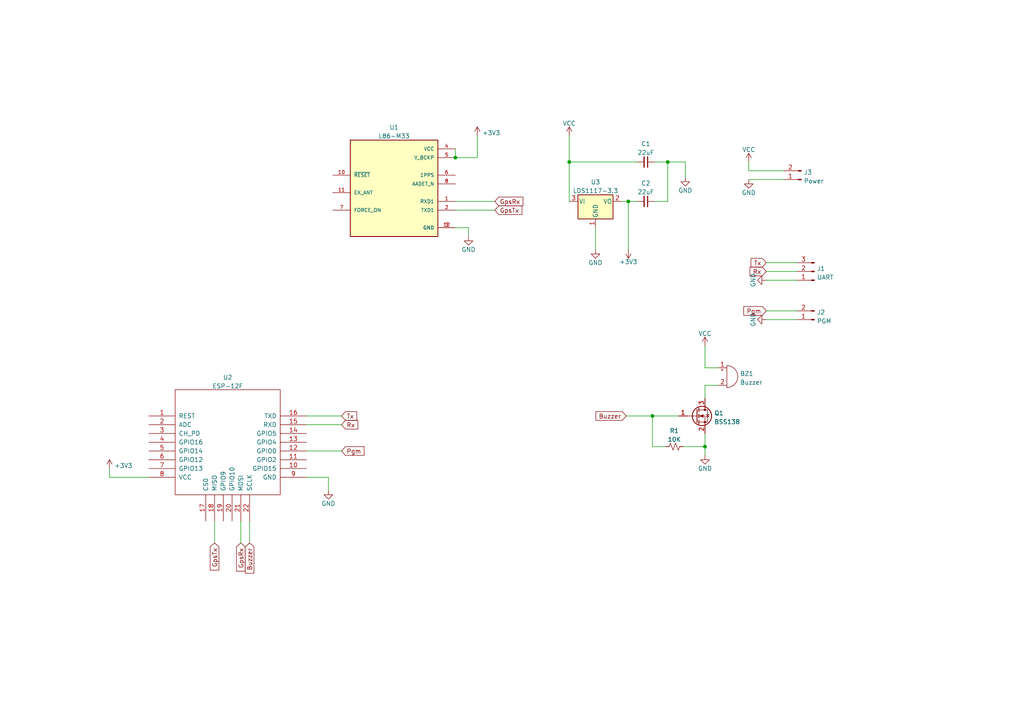
<source format=kicad_sch>
(kicad_sch (version 20211123) (generator eeschema)

  (uuid e63e39d7-6ac0-4ffd-8aa3-1841a4541b55)

  (paper "A4")

  (lib_symbols
    (symbol "Connector:Conn_01x02_Male" (pin_names (offset 1.016) hide) (in_bom yes) (on_board yes)
      (property "Reference" "J" (id 0) (at 0 2.54 0)
        (effects (font (size 1.27 1.27)))
      )
      (property "Value" "Conn_01x02_Male" (id 1) (at 0 -5.08 0)
        (effects (font (size 1.27 1.27)))
      )
      (property "Footprint" "" (id 2) (at 0 0 0)
        (effects (font (size 1.27 1.27)) hide)
      )
      (property "Datasheet" "~" (id 3) (at 0 0 0)
        (effects (font (size 1.27 1.27)) hide)
      )
      (property "ki_keywords" "connector" (id 4) (at 0 0 0)
        (effects (font (size 1.27 1.27)) hide)
      )
      (property "ki_description" "Generic connector, single row, 01x02, script generated (kicad-library-utils/schlib/autogen/connector/)" (id 5) (at 0 0 0)
        (effects (font (size 1.27 1.27)) hide)
      )
      (property "ki_fp_filters" "Connector*:*_1x??_*" (id 6) (at 0 0 0)
        (effects (font (size 1.27 1.27)) hide)
      )
      (symbol "Conn_01x02_Male_1_1"
        (polyline
          (pts
            (xy 1.27 -2.54)
            (xy 0.8636 -2.54)
          )
          (stroke (width 0.1524) (type default) (color 0 0 0 0))
          (fill (type none))
        )
        (polyline
          (pts
            (xy 1.27 0)
            (xy 0.8636 0)
          )
          (stroke (width 0.1524) (type default) (color 0 0 0 0))
          (fill (type none))
        )
        (rectangle (start 0.8636 -2.413) (end 0 -2.667)
          (stroke (width 0.1524) (type default) (color 0 0 0 0))
          (fill (type outline))
        )
        (rectangle (start 0.8636 0.127) (end 0 -0.127)
          (stroke (width 0.1524) (type default) (color 0 0 0 0))
          (fill (type outline))
        )
        (pin passive line (at 5.08 0 180) (length 3.81)
          (name "Pin_1" (effects (font (size 1.27 1.27))))
          (number "1" (effects (font (size 1.27 1.27))))
        )
        (pin passive line (at 5.08 -2.54 180) (length 3.81)
          (name "Pin_2" (effects (font (size 1.27 1.27))))
          (number "2" (effects (font (size 1.27 1.27))))
        )
      )
    )
    (symbol "Connector:Conn_01x03_Male" (pin_names (offset 1.016) hide) (in_bom yes) (on_board yes)
      (property "Reference" "J" (id 0) (at 0 5.08 0)
        (effects (font (size 1.27 1.27)))
      )
      (property "Value" "Conn_01x03_Male" (id 1) (at 0 -5.08 0)
        (effects (font (size 1.27 1.27)))
      )
      (property "Footprint" "" (id 2) (at 0 0 0)
        (effects (font (size 1.27 1.27)) hide)
      )
      (property "Datasheet" "~" (id 3) (at 0 0 0)
        (effects (font (size 1.27 1.27)) hide)
      )
      (property "ki_keywords" "connector" (id 4) (at 0 0 0)
        (effects (font (size 1.27 1.27)) hide)
      )
      (property "ki_description" "Generic connector, single row, 01x03, script generated (kicad-library-utils/schlib/autogen/connector/)" (id 5) (at 0 0 0)
        (effects (font (size 1.27 1.27)) hide)
      )
      (property "ki_fp_filters" "Connector*:*_1x??_*" (id 6) (at 0 0 0)
        (effects (font (size 1.27 1.27)) hide)
      )
      (symbol "Conn_01x03_Male_1_1"
        (polyline
          (pts
            (xy 1.27 -2.54)
            (xy 0.8636 -2.54)
          )
          (stroke (width 0.1524) (type default) (color 0 0 0 0))
          (fill (type none))
        )
        (polyline
          (pts
            (xy 1.27 0)
            (xy 0.8636 0)
          )
          (stroke (width 0.1524) (type default) (color 0 0 0 0))
          (fill (type none))
        )
        (polyline
          (pts
            (xy 1.27 2.54)
            (xy 0.8636 2.54)
          )
          (stroke (width 0.1524) (type default) (color 0 0 0 0))
          (fill (type none))
        )
        (rectangle (start 0.8636 -2.413) (end 0 -2.667)
          (stroke (width 0.1524) (type default) (color 0 0 0 0))
          (fill (type outline))
        )
        (rectangle (start 0.8636 0.127) (end 0 -0.127)
          (stroke (width 0.1524) (type default) (color 0 0 0 0))
          (fill (type outline))
        )
        (rectangle (start 0.8636 2.667) (end 0 2.413)
          (stroke (width 0.1524) (type default) (color 0 0 0 0))
          (fill (type outline))
        )
        (pin passive line (at 5.08 2.54 180) (length 3.81)
          (name "Pin_1" (effects (font (size 1.27 1.27))))
          (number "1" (effects (font (size 1.27 1.27))))
        )
        (pin passive line (at 5.08 0 180) (length 3.81)
          (name "Pin_2" (effects (font (size 1.27 1.27))))
          (number "2" (effects (font (size 1.27 1.27))))
        )
        (pin passive line (at 5.08 -2.54 180) (length 3.81)
          (name "Pin_3" (effects (font (size 1.27 1.27))))
          (number "3" (effects (font (size 1.27 1.27))))
        )
      )
    )
    (symbol "Device:Buzzer" (pin_names (offset 0.0254) hide) (in_bom yes) (on_board yes)
      (property "Reference" "BZ" (id 0) (at 3.81 1.27 0)
        (effects (font (size 1.27 1.27)) (justify left))
      )
      (property "Value" "Buzzer" (id 1) (at 3.81 -1.27 0)
        (effects (font (size 1.27 1.27)) (justify left))
      )
      (property "Footprint" "" (id 2) (at -0.635 2.54 90)
        (effects (font (size 1.27 1.27)) hide)
      )
      (property "Datasheet" "~" (id 3) (at -0.635 2.54 90)
        (effects (font (size 1.27 1.27)) hide)
      )
      (property "ki_keywords" "quartz resonator ceramic" (id 4) (at 0 0 0)
        (effects (font (size 1.27 1.27)) hide)
      )
      (property "ki_description" "Buzzer, polarized" (id 5) (at 0 0 0)
        (effects (font (size 1.27 1.27)) hide)
      )
      (property "ki_fp_filters" "*Buzzer*" (id 6) (at 0 0 0)
        (effects (font (size 1.27 1.27)) hide)
      )
      (symbol "Buzzer_0_1"
        (arc (start 0 -3.175) (mid 3.175 0) (end 0 3.175)
          (stroke (width 0) (type default) (color 0 0 0 0))
          (fill (type none))
        )
        (polyline
          (pts
            (xy -1.651 1.905)
            (xy -1.143 1.905)
          )
          (stroke (width 0) (type default) (color 0 0 0 0))
          (fill (type none))
        )
        (polyline
          (pts
            (xy -1.397 2.159)
            (xy -1.397 1.651)
          )
          (stroke (width 0) (type default) (color 0 0 0 0))
          (fill (type none))
        )
        (polyline
          (pts
            (xy 0 3.175)
            (xy 0 -3.175)
          )
          (stroke (width 0) (type default) (color 0 0 0 0))
          (fill (type none))
        )
      )
      (symbol "Buzzer_1_1"
        (pin passive line (at -2.54 2.54 0) (length 2.54)
          (name "-" (effects (font (size 1.27 1.27))))
          (number "1" (effects (font (size 1.27 1.27))))
        )
        (pin passive line (at -2.54 -2.54 0) (length 2.54)
          (name "+" (effects (font (size 1.27 1.27))))
          (number "2" (effects (font (size 1.27 1.27))))
        )
      )
    )
    (symbol "Device:C_Small" (pin_numbers hide) (pin_names (offset 0.254) hide) (in_bom yes) (on_board yes)
      (property "Reference" "C" (id 0) (at 0.254 1.778 0)
        (effects (font (size 1.27 1.27)) (justify left))
      )
      (property "Value" "C_Small" (id 1) (at 0.254 -2.032 0)
        (effects (font (size 1.27 1.27)) (justify left))
      )
      (property "Footprint" "" (id 2) (at 0 0 0)
        (effects (font (size 1.27 1.27)) hide)
      )
      (property "Datasheet" "~" (id 3) (at 0 0 0)
        (effects (font (size 1.27 1.27)) hide)
      )
      (property "ki_keywords" "capacitor cap" (id 4) (at 0 0 0)
        (effects (font (size 1.27 1.27)) hide)
      )
      (property "ki_description" "Unpolarized capacitor, small symbol" (id 5) (at 0 0 0)
        (effects (font (size 1.27 1.27)) hide)
      )
      (property "ki_fp_filters" "C_*" (id 6) (at 0 0 0)
        (effects (font (size 1.27 1.27)) hide)
      )
      (symbol "C_Small_0_1"
        (polyline
          (pts
            (xy -1.524 -0.508)
            (xy 1.524 -0.508)
          )
          (stroke (width 0.3302) (type default) (color 0 0 0 0))
          (fill (type none))
        )
        (polyline
          (pts
            (xy -1.524 0.508)
            (xy 1.524 0.508)
          )
          (stroke (width 0.3048) (type default) (color 0 0 0 0))
          (fill (type none))
        )
      )
      (symbol "C_Small_1_1"
        (pin passive line (at 0 2.54 270) (length 2.032)
          (name "~" (effects (font (size 1.27 1.27))))
          (number "1" (effects (font (size 1.27 1.27))))
        )
        (pin passive line (at 0 -2.54 90) (length 2.032)
          (name "~" (effects (font (size 1.27 1.27))))
          (number "2" (effects (font (size 1.27 1.27))))
        )
      )
    )
    (symbol "Device:R_Small_US" (pin_numbers hide) (pin_names (offset 0.254) hide) (in_bom yes) (on_board yes)
      (property "Reference" "R" (id 0) (at 0.762 0.508 0)
        (effects (font (size 1.27 1.27)) (justify left))
      )
      (property "Value" "R_Small_US" (id 1) (at 0.762 -1.016 0)
        (effects (font (size 1.27 1.27)) (justify left))
      )
      (property "Footprint" "" (id 2) (at 0 0 0)
        (effects (font (size 1.27 1.27)) hide)
      )
      (property "Datasheet" "~" (id 3) (at 0 0 0)
        (effects (font (size 1.27 1.27)) hide)
      )
      (property "ki_keywords" "r resistor" (id 4) (at 0 0 0)
        (effects (font (size 1.27 1.27)) hide)
      )
      (property "ki_description" "Resistor, small US symbol" (id 5) (at 0 0 0)
        (effects (font (size 1.27 1.27)) hide)
      )
      (property "ki_fp_filters" "R_*" (id 6) (at 0 0 0)
        (effects (font (size 1.27 1.27)) hide)
      )
      (symbol "R_Small_US_1_1"
        (polyline
          (pts
            (xy 0 0)
            (xy 1.016 -0.381)
            (xy 0 -0.762)
            (xy -1.016 -1.143)
            (xy 0 -1.524)
          )
          (stroke (width 0) (type default) (color 0 0 0 0))
          (fill (type none))
        )
        (polyline
          (pts
            (xy 0 1.524)
            (xy 1.016 1.143)
            (xy 0 0.762)
            (xy -1.016 0.381)
            (xy 0 0)
          )
          (stroke (width 0) (type default) (color 0 0 0 0))
          (fill (type none))
        )
        (pin passive line (at 0 2.54 270) (length 1.016)
          (name "~" (effects (font (size 1.27 1.27))))
          (number "1" (effects (font (size 1.27 1.27))))
        )
        (pin passive line (at 0 -2.54 90) (length 1.016)
          (name "~" (effects (font (size 1.27 1.27))))
          (number "2" (effects (font (size 1.27 1.27))))
        )
      )
    )
    (symbol "ESP8266:ESP-12F" (pin_names (offset 1.016)) (in_bom yes) (on_board yes)
      (property "Reference" "U" (id 0) (at 0 -2.54 0)
        (effects (font (size 1.27 1.27)))
      )
      (property "Value" "ESP-12F" (id 1) (at 0 2.54 0)
        (effects (font (size 1.27 1.27)))
      )
      (property "Footprint" "" (id 2) (at 0 0 0)
        (effects (font (size 1.27 1.27)) hide)
      )
      (property "Datasheet" "http://l0l.org.uk/2014/12/esp8266-modules-hardware-guide-gotta-catch-em-all/" (id 3) (at 0 0 0)
        (effects (font (size 1.27 1.27)) hide)
      )
      (property "ki_keywords" "MODULE ESP8266 ESP-8266" (id 4) (at 0 0 0)
        (effects (font (size 1.27 1.27)) hide)
      )
      (property "ki_description" "ESP8266 ESP-12E module, 22 pins, 2mm, PCB antenna" (id 5) (at 0 0 0)
        (effects (font (size 1.27 1.27)) hide)
      )
      (property "ki_fp_filters" "ESP-12E ESP-12E_SMD" (id 6) (at 0 0 0)
        (effects (font (size 1.27 1.27)) hide)
      )
      (symbol "ESP-12F_1_0"
        (rectangle (start -15.24 -15.24) (end 15.24 15.24)
          (stroke (width 0) (type default) (color 0 0 0 0))
          (fill (type none))
        )
      )
      (symbol "ESP-12F_1_1"
        (pin input line (at -22.86 7.62 0) (length 7.62)
          (name "REST" (effects (font (size 1.27 1.27))))
          (number "1" (effects (font (size 1.27 1.27))))
        )
        (pin bidirectional line (at 22.86 -7.62 180) (length 7.62)
          (name "GPIO15" (effects (font (size 1.27 1.27))))
          (number "10" (effects (font (size 1.27 1.27))))
        )
        (pin bidirectional line (at 22.86 -5.08 180) (length 7.62)
          (name "GPIO2" (effects (font (size 1.27 1.27))))
          (number "11" (effects (font (size 1.27 1.27))))
        )
        (pin bidirectional line (at 22.86 -2.54 180) (length 7.62)
          (name "GPIO0" (effects (font (size 1.27 1.27))))
          (number "12" (effects (font (size 1.27 1.27))))
        )
        (pin bidirectional line (at 22.86 0 180) (length 7.62)
          (name "GPIO4" (effects (font (size 1.27 1.27))))
          (number "13" (effects (font (size 1.27 1.27))))
        )
        (pin bidirectional line (at 22.86 2.54 180) (length 7.62)
          (name "GPIO5" (effects (font (size 1.27 1.27))))
          (number "14" (effects (font (size 1.27 1.27))))
        )
        (pin input line (at 22.86 5.08 180) (length 7.62)
          (name "RXD" (effects (font (size 1.27 1.27))))
          (number "15" (effects (font (size 1.27 1.27))))
        )
        (pin output line (at 22.86 7.62 180) (length 7.62)
          (name "TXD" (effects (font (size 1.27 1.27))))
          (number "16" (effects (font (size 1.27 1.27))))
        )
        (pin bidirectional line (at -6.35 -22.86 90) (length 7.62)
          (name "CS0" (effects (font (size 1.27 1.27))))
          (number "17" (effects (font (size 1.27 1.27))))
        )
        (pin bidirectional line (at -3.81 -22.86 90) (length 7.62)
          (name "MISO" (effects (font (size 1.27 1.27))))
          (number "18" (effects (font (size 1.27 1.27))))
        )
        (pin bidirectional line (at -1.27 -22.86 90) (length 7.62)
          (name "GPIO9" (effects (font (size 1.27 1.27))))
          (number "19" (effects (font (size 1.27 1.27))))
        )
        (pin passive line (at -22.86 5.08 0) (length 7.62)
          (name "ADC" (effects (font (size 1.27 1.27))))
          (number "2" (effects (font (size 1.27 1.27))))
        )
        (pin bidirectional line (at 1.27 -22.86 90) (length 7.62)
          (name "GPIO10" (effects (font (size 1.27 1.27))))
          (number "20" (effects (font (size 1.27 1.27))))
        )
        (pin bidirectional line (at 3.81 -22.86 90) (length 7.62)
          (name "MOSI" (effects (font (size 1.27 1.27))))
          (number "21" (effects (font (size 1.27 1.27))))
        )
        (pin bidirectional line (at 6.35 -22.86 90) (length 7.62)
          (name "SCLK" (effects (font (size 1.27 1.27))))
          (number "22" (effects (font (size 1.27 1.27))))
        )
        (pin input line (at -22.86 2.54 0) (length 7.62)
          (name "CH_PD" (effects (font (size 1.27 1.27))))
          (number "3" (effects (font (size 1.27 1.27))))
        )
        (pin bidirectional line (at -22.86 0 0) (length 7.62)
          (name "GPIO16" (effects (font (size 1.27 1.27))))
          (number "4" (effects (font (size 1.27 1.27))))
        )
        (pin bidirectional line (at -22.86 -2.54 0) (length 7.62)
          (name "GPIO14" (effects (font (size 1.27 1.27))))
          (number "5" (effects (font (size 1.27 1.27))))
        )
        (pin bidirectional line (at -22.86 -5.08 0) (length 7.62)
          (name "GPIO12" (effects (font (size 1.27 1.27))))
          (number "6" (effects (font (size 1.27 1.27))))
        )
        (pin bidirectional line (at -22.86 -7.62 0) (length 7.62)
          (name "GPIO13" (effects (font (size 1.27 1.27))))
          (number "7" (effects (font (size 1.27 1.27))))
        )
        (pin power_in line (at -22.86 -10.16 0) (length 7.62)
          (name "VCC" (effects (font (size 1.27 1.27))))
          (number "8" (effects (font (size 1.27 1.27))))
        )
        (pin power_in line (at 22.86 -10.16 180) (length 7.62)
          (name "GND" (effects (font (size 1.27 1.27))))
          (number "9" (effects (font (size 1.27 1.27))))
        )
      )
    )
    (symbol "L86:L86-M33" (pin_names (offset 1.016)) (in_bom yes) (on_board yes)
      (property "Reference" "U" (id 0) (at -12.7042 12.7042 0)
        (effects (font (size 1.27 1.27)) (justify left bottom))
      )
      (property "Value" "L86-M33" (id 1) (at -12.7212 -17.8097 0)
        (effects (font (size 1.27 1.27)) (justify left bottom))
      )
      (property "Footprint" "L86-M33:XCVR_L86-M33" (id 2) (at 0 0 0)
        (effects (font (size 1.27 1.27)) (justify bottom) hide)
      )
      (property "Datasheet" "" (id 3) (at 0 0 0)
        (effects (font (size 1.27 1.27)) hide)
      )
      (property "MF" "Quectel" (id 4) (at 0 0 0)
        (effects (font (size 1.27 1.27)) (justify bottom) hide)
      )
      (property "DESCRIPTION" "L86 is an ultra-compact GNSS POT _Patch on Top_ module with an embedded 18.4mm × 18.4mm × 4.0mm patch antenna and utilizes the MediaTek new generation GNSS chipset MT3333 that achieves the perfect performance" (id 5) (at 0 0 0)
        (effects (font (size 1.27 1.27)) (justify bottom) hide)
      )
      (property "PACKAGE" "None" (id 6) (at 0 0 0)
        (effects (font (size 1.27 1.27)) (justify bottom) hide)
      )
      (property "PRICE" "None" (id 7) (at 0 0 0)
        (effects (font (size 1.27 1.27)) (justify bottom) hide)
      )
      (property "Package" "LCC-12 Quectel" (id 8) (at 0 0 0)
        (effects (font (size 1.27 1.27)) (justify bottom) hide)
      )
      (property "Check_prices" "https://www.snapeda.com/parts/L86-M33/Quectel/view-part/?ref=eda" (id 9) (at 0 0 0)
        (effects (font (size 1.27 1.27)) (justify bottom) hide)
      )
      (property "Price" "None" (id 10) (at 0 0 0)
        (effects (font (size 1.27 1.27)) (justify bottom) hide)
      )
      (property "SnapEDA_Link" "https://www.snapeda.com/parts/L86-M33/Quectel/view-part/?ref=snap" (id 11) (at 0 0 0)
        (effects (font (size 1.27 1.27)) (justify bottom) hide)
      )
      (property "MP" "L86-M33" (id 12) (at 0 0 0)
        (effects (font (size 1.27 1.27)) (justify bottom) hide)
      )
      (property "Purchase-URL" "https://www.snapeda.com/api/url_track_click_mouser/?unipart_id=225155&manufacturer=Quectel&part_name=L86-M33&search_term=None" (id 13) (at 0 0 0)
        (effects (font (size 1.27 1.27)) (justify bottom) hide)
      )
      (property "Availability" "In Stock" (id 14) (at 0 0 0)
        (effects (font (size 1.27 1.27)) (justify bottom) hide)
      )
      (property "AVAILABILITY" "Unavailable" (id 15) (at 0 0 0)
        (effects (font (size 1.27 1.27)) (justify bottom) hide)
      )
      (property "Description" "\nL86 is an ultra-compact GNSS POT (Patch on Top) module with an embedded 18.4mm × 18.4mm × 4.0mm patch antenna and utilizes the MediaTek new generation GNSS chipset MT3333 that achieves the perfect performance\n" (id 16) (at 0 0 0)
        (effects (font (size 1.27 1.27)) (justify bottom) hide)
      )
      (symbol "L86-M33_0_0"
        (rectangle (start -12.7 -15.24) (end 12.7 12.7)
          (stroke (width 0.254) (type default) (color 0 0 0 0))
          (fill (type background))
        )
        (pin input line (at 17.78 -5.08 180) (length 5.08)
          (name "RXD1" (effects (font (size 1.016 1.016))))
          (number "1" (effects (font (size 1.016 1.016))))
        )
        (pin input line (at -17.78 2.54 0) (length 5.08)
          (name "~{RESET}" (effects (font (size 1.016 1.016))))
          (number "10" (effects (font (size 1.016 1.016))))
        )
        (pin input line (at -17.78 -2.54 0) (length 5.08)
          (name "EX_ANT" (effects (font (size 1.016 1.016))))
          (number "11" (effects (font (size 1.016 1.016))))
        )
        (pin passive line (at 17.78 -12.7 180) (length 5.08)
          (name "GND" (effects (font (size 1.016 1.016))))
          (number "12" (effects (font (size 1.016 1.016))))
        )
        (pin output line (at 17.78 -7.62 180) (length 5.08)
          (name "TXD1" (effects (font (size 1.016 1.016))))
          (number "2" (effects (font (size 1.016 1.016))))
        )
        (pin passive line (at 17.78 -12.7 180) (length 5.08)
          (name "GND" (effects (font (size 1.016 1.016))))
          (number "3" (effects (font (size 1.016 1.016))))
        )
        (pin power_in line (at 17.78 10.16 180) (length 5.08)
          (name "VCC" (effects (font (size 1.016 1.016))))
          (number "4" (effects (font (size 1.016 1.016))))
        )
        (pin power_in line (at 17.78 7.62 180) (length 5.08)
          (name "V_BCKP" (effects (font (size 1.016 1.016))))
          (number "5" (effects (font (size 1.016 1.016))))
        )
        (pin output line (at 17.78 2.54 180) (length 5.08)
          (name "1PPS" (effects (font (size 1.016 1.016))))
          (number "6" (effects (font (size 1.016 1.016))))
        )
        (pin input line (at -17.78 -7.62 0) (length 5.08)
          (name "FORCE_ON" (effects (font (size 1.016 1.016))))
          (number "7" (effects (font (size 1.016 1.016))))
        )
        (pin output line (at 17.78 0 180) (length 5.08)
          (name "AADET_N" (effects (font (size 1.016 1.016))))
          (number "8" (effects (font (size 1.016 1.016))))
        )
      )
    )
    (symbol "Regulator_Linear:LD1117S33TR_SOT223" (pin_names (offset 0.254)) (in_bom yes) (on_board yes)
      (property "Reference" "U" (id 0) (at -3.81 3.175 0)
        (effects (font (size 1.27 1.27)))
      )
      (property "Value" "LD1117S33TR_SOT223" (id 1) (at 0 3.175 0)
        (effects (font (size 1.27 1.27)) (justify left))
      )
      (property "Footprint" "Package_TO_SOT_SMD:SOT-223-3_TabPin2" (id 2) (at 0 5.08 0)
        (effects (font (size 1.27 1.27)) hide)
      )
      (property "Datasheet" "http://www.st.com/st-web-ui/static/active/en/resource/technical/document/datasheet/CD00000544.pdf" (id 3) (at 2.54 -6.35 0)
        (effects (font (size 1.27 1.27)) hide)
      )
      (property "ki_keywords" "REGULATOR LDO 3.3V" (id 4) (at 0 0 0)
        (effects (font (size 1.27 1.27)) hide)
      )
      (property "ki_description" "800mA Fixed Low Drop Positive Voltage Regulator, Fixed Output 3.3V, SOT-223" (id 5) (at 0 0 0)
        (effects (font (size 1.27 1.27)) hide)
      )
      (property "ki_fp_filters" "SOT?223*TabPin2*" (id 6) (at 0 0 0)
        (effects (font (size 1.27 1.27)) hide)
      )
      (symbol "LD1117S33TR_SOT223_0_1"
        (rectangle (start -5.08 -5.08) (end 5.08 1.905)
          (stroke (width 0.254) (type default) (color 0 0 0 0))
          (fill (type background))
        )
      )
      (symbol "LD1117S33TR_SOT223_1_1"
        (pin power_in line (at 0 -7.62 90) (length 2.54)
          (name "GND" (effects (font (size 1.27 1.27))))
          (number "1" (effects (font (size 1.27 1.27))))
        )
        (pin power_out line (at 7.62 0 180) (length 2.54)
          (name "VO" (effects (font (size 1.27 1.27))))
          (number "2" (effects (font (size 1.27 1.27))))
        )
        (pin power_in line (at -7.62 0 0) (length 2.54)
          (name "VI" (effects (font (size 1.27 1.27))))
          (number "3" (effects (font (size 1.27 1.27))))
        )
      )
    )
    (symbol "Transistor_FET:BSS138" (pin_names hide) (in_bom yes) (on_board yes)
      (property "Reference" "Q" (id 0) (at 5.08 1.905 0)
        (effects (font (size 1.27 1.27)) (justify left))
      )
      (property "Value" "BSS138" (id 1) (at 5.08 0 0)
        (effects (font (size 1.27 1.27)) (justify left))
      )
      (property "Footprint" "Package_TO_SOT_SMD:SOT-23" (id 2) (at 5.08 -1.905 0)
        (effects (font (size 1.27 1.27) italic) (justify left) hide)
      )
      (property "Datasheet" "https://www.onsemi.com/pub/Collateral/BSS138-D.PDF" (id 3) (at 0 0 0)
        (effects (font (size 1.27 1.27)) (justify left) hide)
      )
      (property "ki_keywords" "N-Channel MOSFET" (id 4) (at 0 0 0)
        (effects (font (size 1.27 1.27)) hide)
      )
      (property "ki_description" "50V Vds, 0.22A Id, N-Channel MOSFET, SOT-23" (id 5) (at 0 0 0)
        (effects (font (size 1.27 1.27)) hide)
      )
      (property "ki_fp_filters" "SOT?23*" (id 6) (at 0 0 0)
        (effects (font (size 1.27 1.27)) hide)
      )
      (symbol "BSS138_0_1"
        (polyline
          (pts
            (xy 0.254 0)
            (xy -2.54 0)
          )
          (stroke (width 0) (type default) (color 0 0 0 0))
          (fill (type none))
        )
        (polyline
          (pts
            (xy 0.254 1.905)
            (xy 0.254 -1.905)
          )
          (stroke (width 0.254) (type default) (color 0 0 0 0))
          (fill (type none))
        )
        (polyline
          (pts
            (xy 0.762 -1.27)
            (xy 0.762 -2.286)
          )
          (stroke (width 0.254) (type default) (color 0 0 0 0))
          (fill (type none))
        )
        (polyline
          (pts
            (xy 0.762 0.508)
            (xy 0.762 -0.508)
          )
          (stroke (width 0.254) (type default) (color 0 0 0 0))
          (fill (type none))
        )
        (polyline
          (pts
            (xy 0.762 2.286)
            (xy 0.762 1.27)
          )
          (stroke (width 0.254) (type default) (color 0 0 0 0))
          (fill (type none))
        )
        (polyline
          (pts
            (xy 2.54 2.54)
            (xy 2.54 1.778)
          )
          (stroke (width 0) (type default) (color 0 0 0 0))
          (fill (type none))
        )
        (polyline
          (pts
            (xy 2.54 -2.54)
            (xy 2.54 0)
            (xy 0.762 0)
          )
          (stroke (width 0) (type default) (color 0 0 0 0))
          (fill (type none))
        )
        (polyline
          (pts
            (xy 0.762 -1.778)
            (xy 3.302 -1.778)
            (xy 3.302 1.778)
            (xy 0.762 1.778)
          )
          (stroke (width 0) (type default) (color 0 0 0 0))
          (fill (type none))
        )
        (polyline
          (pts
            (xy 1.016 0)
            (xy 2.032 0.381)
            (xy 2.032 -0.381)
            (xy 1.016 0)
          )
          (stroke (width 0) (type default) (color 0 0 0 0))
          (fill (type outline))
        )
        (polyline
          (pts
            (xy 2.794 0.508)
            (xy 2.921 0.381)
            (xy 3.683 0.381)
            (xy 3.81 0.254)
          )
          (stroke (width 0) (type default) (color 0 0 0 0))
          (fill (type none))
        )
        (polyline
          (pts
            (xy 3.302 0.381)
            (xy 2.921 -0.254)
            (xy 3.683 -0.254)
            (xy 3.302 0.381)
          )
          (stroke (width 0) (type default) (color 0 0 0 0))
          (fill (type none))
        )
        (circle (center 1.651 0) (radius 2.794)
          (stroke (width 0.254) (type default) (color 0 0 0 0))
          (fill (type none))
        )
        (circle (center 2.54 -1.778) (radius 0.254)
          (stroke (width 0) (type default) (color 0 0 0 0))
          (fill (type outline))
        )
        (circle (center 2.54 1.778) (radius 0.254)
          (stroke (width 0) (type default) (color 0 0 0 0))
          (fill (type outline))
        )
      )
      (symbol "BSS138_1_1"
        (pin input line (at -5.08 0 0) (length 2.54)
          (name "G" (effects (font (size 1.27 1.27))))
          (number "1" (effects (font (size 1.27 1.27))))
        )
        (pin passive line (at 2.54 -5.08 90) (length 2.54)
          (name "S" (effects (font (size 1.27 1.27))))
          (number "2" (effects (font (size 1.27 1.27))))
        )
        (pin passive line (at 2.54 5.08 270) (length 2.54)
          (name "D" (effects (font (size 1.27 1.27))))
          (number "3" (effects (font (size 1.27 1.27))))
        )
      )
    )
    (symbol "power:+3V3" (power) (pin_names (offset 0)) (in_bom yes) (on_board yes)
      (property "Reference" "#PWR" (id 0) (at 0 -3.81 0)
        (effects (font (size 1.27 1.27)) hide)
      )
      (property "Value" "+3V3" (id 1) (at 0 3.556 0)
        (effects (font (size 1.27 1.27)))
      )
      (property "Footprint" "" (id 2) (at 0 0 0)
        (effects (font (size 1.27 1.27)) hide)
      )
      (property "Datasheet" "" (id 3) (at 0 0 0)
        (effects (font (size 1.27 1.27)) hide)
      )
      (property "ki_keywords" "power-flag" (id 4) (at 0 0 0)
        (effects (font (size 1.27 1.27)) hide)
      )
      (property "ki_description" "Power symbol creates a global label with name \"+3V3\"" (id 5) (at 0 0 0)
        (effects (font (size 1.27 1.27)) hide)
      )
      (symbol "+3V3_0_1"
        (polyline
          (pts
            (xy -0.762 1.27)
            (xy 0 2.54)
          )
          (stroke (width 0) (type default) (color 0 0 0 0))
          (fill (type none))
        )
        (polyline
          (pts
            (xy 0 0)
            (xy 0 2.54)
          )
          (stroke (width 0) (type default) (color 0 0 0 0))
          (fill (type none))
        )
        (polyline
          (pts
            (xy 0 2.54)
            (xy 0.762 1.27)
          )
          (stroke (width 0) (type default) (color 0 0 0 0))
          (fill (type none))
        )
      )
      (symbol "+3V3_1_1"
        (pin power_in line (at 0 0 90) (length 0) hide
          (name "+3V3" (effects (font (size 1.27 1.27))))
          (number "1" (effects (font (size 1.27 1.27))))
        )
      )
    )
    (symbol "power:GND" (power) (pin_names (offset 0)) (in_bom yes) (on_board yes)
      (property "Reference" "#PWR" (id 0) (at 0 -6.35 0)
        (effects (font (size 1.27 1.27)) hide)
      )
      (property "Value" "GND" (id 1) (at 0 -3.81 0)
        (effects (font (size 1.27 1.27)))
      )
      (property "Footprint" "" (id 2) (at 0 0 0)
        (effects (font (size 1.27 1.27)) hide)
      )
      (property "Datasheet" "" (id 3) (at 0 0 0)
        (effects (font (size 1.27 1.27)) hide)
      )
      (property "ki_keywords" "power-flag" (id 4) (at 0 0 0)
        (effects (font (size 1.27 1.27)) hide)
      )
      (property "ki_description" "Power symbol creates a global label with name \"GND\" , ground" (id 5) (at 0 0 0)
        (effects (font (size 1.27 1.27)) hide)
      )
      (symbol "GND_0_1"
        (polyline
          (pts
            (xy 0 0)
            (xy 0 -1.27)
            (xy 1.27 -1.27)
            (xy 0 -2.54)
            (xy -1.27 -1.27)
            (xy 0 -1.27)
          )
          (stroke (width 0) (type default) (color 0 0 0 0))
          (fill (type none))
        )
      )
      (symbol "GND_1_1"
        (pin power_in line (at 0 0 270) (length 0) hide
          (name "GND" (effects (font (size 1.27 1.27))))
          (number "1" (effects (font (size 1.27 1.27))))
        )
      )
    )
    (symbol "power:VCC" (power) (pin_names (offset 0)) (in_bom yes) (on_board yes)
      (property "Reference" "#PWR" (id 0) (at 0 -3.81 0)
        (effects (font (size 1.27 1.27)) hide)
      )
      (property "Value" "VCC" (id 1) (at 0 3.81 0)
        (effects (font (size 1.27 1.27)))
      )
      (property "Footprint" "" (id 2) (at 0 0 0)
        (effects (font (size 1.27 1.27)) hide)
      )
      (property "Datasheet" "" (id 3) (at 0 0 0)
        (effects (font (size 1.27 1.27)) hide)
      )
      (property "ki_keywords" "power-flag" (id 4) (at 0 0 0)
        (effects (font (size 1.27 1.27)) hide)
      )
      (property "ki_description" "Power symbol creates a global label with name \"VCC\"" (id 5) (at 0 0 0)
        (effects (font (size 1.27 1.27)) hide)
      )
      (symbol "VCC_0_1"
        (polyline
          (pts
            (xy -0.762 1.27)
            (xy 0 2.54)
          )
          (stroke (width 0) (type default) (color 0 0 0 0))
          (fill (type none))
        )
        (polyline
          (pts
            (xy 0 0)
            (xy 0 2.54)
          )
          (stroke (width 0) (type default) (color 0 0 0 0))
          (fill (type none))
        )
        (polyline
          (pts
            (xy 0 2.54)
            (xy 0.762 1.27)
          )
          (stroke (width 0) (type default) (color 0 0 0 0))
          (fill (type none))
        )
      )
      (symbol "VCC_1_1"
        (pin power_in line (at 0 0 90) (length 0) hide
          (name "VCC" (effects (font (size 1.27 1.27))))
          (number "1" (effects (font (size 1.27 1.27))))
        )
      )
    )
  )

  (junction (at 165.1 46.99) (diameter 0) (color 0 0 0 0)
    (uuid 076046ab-4b56-4060-b8d9-0d80806d0277)
  )
  (junction (at 189.23 120.65) (diameter 0) (color 0 0 0 0)
    (uuid 48a98276-a055-4403-9edc-ea658cee0774)
  )
  (junction (at 204.47 129.54) (diameter 0) (color 0 0 0 0)
    (uuid 8f058a9f-941d-4b15-895b-78546127f770)
  )
  (junction (at 182.245 58.42) (diameter 0) (color 0 0 0 0)
    (uuid 9186dae5-6dc3-4744-9f90-e697559c6ac8)
  )
  (junction (at 193.675 46.99) (diameter 0) (color 0 0 0 0)
    (uuid 92035a88-6c95-4a61-bd8a-cb8dd9e5018a)
  )
  (junction (at 132.08 45.72) (diameter 0) (color 0 0 0 0)
    (uuid c926c988-e6a3-4302-b131-73ffe8603c85)
  )

  (wire (pts (xy 172.72 66.04) (xy 172.72 72.39))
    (stroke (width 0) (type default) (color 0 0 0 0))
    (uuid 00e38d63-5436-49db-81f5-697421f168fc)
  )
  (wire (pts (xy 69.85 151.13) (xy 69.85 157.48))
    (stroke (width 0) (type default) (color 0 0 0 0))
    (uuid 04af7eeb-d86c-4584-ae05-10f0f9c91e9d)
  )
  (wire (pts (xy 189.23 129.54) (xy 193.04 129.54))
    (stroke (width 0) (type default) (color 0 0 0 0))
    (uuid 069867ba-56d6-4a39-9d7a-e04cbc7ddebc)
  )
  (wire (pts (xy 204.47 100.33) (xy 204.47 106.68))
    (stroke (width 0) (type default) (color 0 0 0 0))
    (uuid 08f556d3-6a3d-48e3-b5fa-89951eebc88d)
  )
  (wire (pts (xy 62.23 151.13) (xy 62.23 157.48))
    (stroke (width 0) (type default) (color 0 0 0 0))
    (uuid 0fc32d47-2ccb-400a-9c0d-a65244124c4b)
  )
  (wire (pts (xy 165.1 39.37) (xy 165.1 46.99))
    (stroke (width 0) (type default) (color 0 0 0 0))
    (uuid 1171ce37-6ad7-4662-bb68-5592c945ebf3)
  )
  (wire (pts (xy 132.08 60.96) (xy 143.51 60.96))
    (stroke (width 0) (type default) (color 0 0 0 0))
    (uuid 12400bec-a035-4aa2-9a39-f72c9ebb9aa4)
  )
  (wire (pts (xy 204.47 111.76) (xy 204.47 115.57))
    (stroke (width 0) (type default) (color 0 0 0 0))
    (uuid 15312494-75c4-4be3-a0ee-6ce276ff7f86)
  )
  (wire (pts (xy 132.08 66.04) (xy 135.89 66.04))
    (stroke (width 0) (type default) (color 0 0 0 0))
    (uuid 15bb2b49-6af8-47a1-8392-4418fd59c0d9)
  )
  (wire (pts (xy 165.1 46.99) (xy 165.1 58.42))
    (stroke (width 0) (type default) (color 0 0 0 0))
    (uuid 196a8dd5-5fd6-4c7f-ae4a-0104bd82e61b)
  )
  (wire (pts (xy 196.85 120.65) (xy 189.23 120.65))
    (stroke (width 0) (type default) (color 0 0 0 0))
    (uuid 2f9261a4-6d77-4f48-9946-887df68c5623)
  )
  (wire (pts (xy 217.17 52.07) (xy 227.33 52.07))
    (stroke (width 0) (type default) (color 0 0 0 0))
    (uuid 33fb04c6-d261-4575-91db-a3b9362b7f9b)
  )
  (wire (pts (xy 222.25 76.2) (xy 231.14 76.2))
    (stroke (width 0) (type default) (color 0 0 0 0))
    (uuid 3eaae524-b0c1-420a-87c0-8ebbb977592f)
  )
  (wire (pts (xy 72.39 151.13) (xy 72.39 157.48))
    (stroke (width 0) (type default) (color 0 0 0 0))
    (uuid 41d1dac3-816b-4598-9bb5-ae8dcd1ad162)
  )
  (wire (pts (xy 180.34 58.42) (xy 182.245 58.42))
    (stroke (width 0) (type default) (color 0 0 0 0))
    (uuid 4b03e854-02fe-44cc-bece-f8268b7cae54)
  )
  (wire (pts (xy 193.675 58.42) (xy 193.675 46.99))
    (stroke (width 0) (type default) (color 0 0 0 0))
    (uuid 4ec618ae-096f-4256-9328-005ee04f13d6)
  )
  (wire (pts (xy 88.9 130.81) (xy 99.06 130.81))
    (stroke (width 0) (type default) (color 0 0 0 0))
    (uuid 4f881c95-61b2-426a-92df-f3c77a60b5dc)
  )
  (wire (pts (xy 88.9 123.19) (xy 99.06 123.19))
    (stroke (width 0) (type default) (color 0 0 0 0))
    (uuid 5412f110-6e83-4e57-b32d-ae3ed54c8a43)
  )
  (wire (pts (xy 222.25 81.28) (xy 231.14 81.28))
    (stroke (width 0) (type default) (color 0 0 0 0))
    (uuid 5d102932-525f-4aad-abbc-d6dea9cae04d)
  )
  (wire (pts (xy 198.755 51.435) (xy 198.755 46.99))
    (stroke (width 0) (type default) (color 0 0 0 0))
    (uuid 5d9921f1-08b3-4cc9-8cf7-e9a72ca2fdb7)
  )
  (wire (pts (xy 43.18 138.43) (xy 31.75 138.43))
    (stroke (width 0) (type default) (color 0 0 0 0))
    (uuid 6557ea9e-c90e-4ed9-984e-32c4c2bf5b2d)
  )
  (wire (pts (xy 88.9 120.65) (xy 99.06 120.65))
    (stroke (width 0) (type default) (color 0 0 0 0))
    (uuid 83edf619-122d-4ffe-ba7b-5e1726d2ffe7)
  )
  (wire (pts (xy 222.25 78.74) (xy 231.14 78.74))
    (stroke (width 0) (type default) (color 0 0 0 0))
    (uuid 9363dc5c-898f-41a0-81e6-d14742b5de2b)
  )
  (wire (pts (xy 217.17 49.53) (xy 217.17 46.99))
    (stroke (width 0) (type default) (color 0 0 0 0))
    (uuid 9c72de46-4f2e-4185-8252-a68458a3ad02)
  )
  (wire (pts (xy 204.47 125.73) (xy 204.47 129.54))
    (stroke (width 0) (type default) (color 0 0 0 0))
    (uuid a3e9f49b-e32c-4ac2-921d-705020ecd6ea)
  )
  (wire (pts (xy 138.43 45.72) (xy 138.43 39.37))
    (stroke (width 0) (type default) (color 0 0 0 0))
    (uuid a736a3fc-55b0-43d3-b5dd-596413780f33)
  )
  (wire (pts (xy 189.865 58.42) (xy 193.675 58.42))
    (stroke (width 0) (type default) (color 0 0 0 0))
    (uuid aa79024d-ca7e-4c24-b127-7df08bbd0c75)
  )
  (wire (pts (xy 165.1 46.99) (xy 184.785 46.99))
    (stroke (width 0) (type default) (color 0 0 0 0))
    (uuid b0271cdd-de22-4bf4-8f55-fc137cfbd4ec)
  )
  (wire (pts (xy 189.23 120.65) (xy 189.23 129.54))
    (stroke (width 0) (type default) (color 0 0 0 0))
    (uuid b0d58a21-2385-48d6-a26b-b74e39154302)
  )
  (wire (pts (xy 198.12 129.54) (xy 204.47 129.54))
    (stroke (width 0) (type default) (color 0 0 0 0))
    (uuid bb48b068-a631-45e0-ba20-908d61546deb)
  )
  (wire (pts (xy 132.08 43.18) (xy 132.08 45.72))
    (stroke (width 0) (type default) (color 0 0 0 0))
    (uuid bdbf3ca2-79c9-4245-a58e-24c69f24083f)
  )
  (wire (pts (xy 227.33 49.53) (xy 217.17 49.53))
    (stroke (width 0) (type default) (color 0 0 0 0))
    (uuid c6a77473-12d3-485c-ab8f-050970165ac3)
  )
  (wire (pts (xy 182.245 58.42) (xy 184.785 58.42))
    (stroke (width 0) (type default) (color 0 0 0 0))
    (uuid c7af8405-da2e-4a34-b9b8-518f342f8995)
  )
  (wire (pts (xy 193.675 46.99) (xy 189.865 46.99))
    (stroke (width 0) (type default) (color 0 0 0 0))
    (uuid c8b6b273-3d20-4a46-8069-f6d608563604)
  )
  (wire (pts (xy 208.28 111.76) (xy 204.47 111.76))
    (stroke (width 0) (type default) (color 0 0 0 0))
    (uuid c8eb7630-b1d8-4bed-9192-8248f357acf5)
  )
  (wire (pts (xy 132.08 58.42) (xy 143.51 58.42))
    (stroke (width 0) (type default) (color 0 0 0 0))
    (uuid cbf9efad-1ffe-4504-9e8d-55ecca8732fa)
  )
  (wire (pts (xy 222.25 90.17) (xy 231.14 90.17))
    (stroke (width 0) (type default) (color 0 0 0 0))
    (uuid d1f2a8ec-8762-4c1c-9e1f-f5875d064b50)
  )
  (wire (pts (xy 204.47 129.54) (xy 204.47 132.08))
    (stroke (width 0) (type default) (color 0 0 0 0))
    (uuid d3128ba1-e8fb-4427-bf6d-55b9d95f311c)
  )
  (wire (pts (xy 31.75 138.43) (xy 31.75 135.89))
    (stroke (width 0) (type default) (color 0 0 0 0))
    (uuid d6e24b4e-e165-441b-92f7-0a67c0529c28)
  )
  (wire (pts (xy 198.755 46.99) (xy 193.675 46.99))
    (stroke (width 0) (type default) (color 0 0 0 0))
    (uuid dae72997-44fc-4275-b36f-cd70bf46cfba)
  )
  (wire (pts (xy 222.25 92.71) (xy 231.14 92.71))
    (stroke (width 0) (type default) (color 0 0 0 0))
    (uuid db6d1163-35f0-457e-9b69-04ae8de74eb4)
  )
  (wire (pts (xy 135.89 66.04) (xy 135.89 68.58))
    (stroke (width 0) (type default) (color 0 0 0 0))
    (uuid e5df9794-1398-4e27-b9c8-1dc510df67e5)
  )
  (wire (pts (xy 204.47 106.68) (xy 208.28 106.68))
    (stroke (width 0) (type default) (color 0 0 0 0))
    (uuid ed70f97a-cc49-46a4-898f-2df5bd4509ef)
  )
  (wire (pts (xy 132.08 45.72) (xy 138.43 45.72))
    (stroke (width 0) (type default) (color 0 0 0 0))
    (uuid ee85443c-fdcd-49d3-be20-47e484cb59a1)
  )
  (wire (pts (xy 88.9 138.43) (xy 95.25 138.43))
    (stroke (width 0) (type default) (color 0 0 0 0))
    (uuid f0d1d430-f9e6-4475-84c9-82efa2f73b2b)
  )
  (wire (pts (xy 182.245 58.42) (xy 182.245 72.39))
    (stroke (width 0) (type default) (color 0 0 0 0))
    (uuid f1a9fb80-4cc4-410f-9616-e19c969dcab5)
  )
  (wire (pts (xy 95.25 138.43) (xy 95.25 142.24))
    (stroke (width 0) (type default) (color 0 0 0 0))
    (uuid f4e88b8c-2ac8-4829-a066-05d7fcab17a2)
  )
  (wire (pts (xy 181.61 120.65) (xy 189.23 120.65))
    (stroke (width 0) (type default) (color 0 0 0 0))
    (uuid f7c59d3b-150e-4fe4-9d7a-d8150b555fa0)
  )

  (global_label "Buzzer" (shape input) (at 181.61 120.65 180) (fields_autoplaced)
    (effects (font (size 1.27 1.27)) (justify right))
    (uuid 06b679d7-2631-42d8-b59d-bdf320efb995)
    (property "Intersheet References" "${INTERSHEET_REFS}" (id 0) (at 172.8469 120.5706 0)
      (effects (font (size 1.27 1.27)) (justify right) hide)
    )
  )
  (global_label "Rx" (shape input) (at 222.25 78.74 180) (fields_autoplaced)
    (effects (font (size 1.27 1.27)) (justify right))
    (uuid 1d91a166-21f9-4f21-a43d-a9cbf5d292a5)
    (property "Intersheet References" "${INTERSHEET_REFS}" (id 0) (at 217.5388 78.6606 0)
      (effects (font (size 1.27 1.27)) (justify right) hide)
    )
  )
  (global_label "GpsTx" (shape input) (at 62.23 157.48 270) (fields_autoplaced)
    (effects (font (size 1.27 1.27)) (justify right))
    (uuid 47e1c01c-4da7-4788-a5f4-dd784ff7b7a2)
    (property "Intersheet References" "${INTERSHEET_REFS}" (id 0) (at 62.1506 165.336 90)
      (effects (font (size 1.27 1.27)) (justify right) hide)
    )
  )
  (global_label "Rx" (shape input) (at 99.06 123.19 0) (fields_autoplaced)
    (effects (font (size 1.27 1.27)) (justify left))
    (uuid 4c5bea23-15c3-473b-95af-07f8a98be236)
    (property "Intersheet References" "${INTERSHEET_REFS}" (id 0) (at 103.7712 123.2694 0)
      (effects (font (size 1.27 1.27)) (justify left) hide)
    )
  )
  (global_label "Pgm" (shape input) (at 222.25 90.17 180) (fields_autoplaced)
    (effects (font (size 1.27 1.27)) (justify right))
    (uuid 7ee29b0d-2caf-4efb-8b84-b612dd5029bd)
    (property "Intersheet References" "${INTERSHEET_REFS}" (id 0) (at 215.7245 90.0906 0)
      (effects (font (size 1.27 1.27)) (justify right) hide)
    )
  )
  (global_label "GpsTx" (shape input) (at 143.51 60.96 0) (fields_autoplaced)
    (effects (font (size 1.27 1.27)) (justify left))
    (uuid 8319b263-682d-4d43-8f8b-308ca97d68eb)
    (property "Intersheet References" "${INTERSHEET_REFS}" (id 0) (at 151.366 61.0394 0)
      (effects (font (size 1.27 1.27)) (justify left) hide)
    )
  )
  (global_label "GpsRx" (shape input) (at 143.51 58.42 0) (fields_autoplaced)
    (effects (font (size 1.27 1.27)) (justify left))
    (uuid 95558b2a-05af-4f83-9256-c79ee2e9dc06)
    (property "Intersheet References" "${INTERSHEET_REFS}" (id 0) (at 151.6683 58.4994 0)
      (effects (font (size 1.27 1.27)) (justify left) hide)
    )
  )
  (global_label "Tx" (shape input) (at 222.25 76.2 180) (fields_autoplaced)
    (effects (font (size 1.27 1.27)) (justify right))
    (uuid 9e3c0b0f-f0fb-4efc-9232-6c0dedbdec97)
    (property "Intersheet References" "${INTERSHEET_REFS}" (id 0) (at 217.8412 76.1206 0)
      (effects (font (size 1.27 1.27)) (justify right) hide)
    )
  )
  (global_label "GpsRx" (shape input) (at 69.85 157.48 270) (fields_autoplaced)
    (effects (font (size 1.27 1.27)) (justify right))
    (uuid cf5b968d-1082-44ea-a1e3-395a58d1e9e2)
    (property "Intersheet References" "${INTERSHEET_REFS}" (id 0) (at 69.7706 165.6383 90)
      (effects (font (size 1.27 1.27)) (justify right) hide)
    )
  )
  (global_label "Pgm" (shape input) (at 99.06 130.81 0) (fields_autoplaced)
    (effects (font (size 1.27 1.27)) (justify left))
    (uuid e79cf07b-5fc3-46a9-bb6e-8ded1d8e38d9)
    (property "Intersheet References" "${INTERSHEET_REFS}" (id 0) (at 105.5855 130.8894 0)
      (effects (font (size 1.27 1.27)) (justify left) hide)
    )
  )
  (global_label "Tx" (shape input) (at 99.06 120.65 0) (fields_autoplaced)
    (effects (font (size 1.27 1.27)) (justify left))
    (uuid f7050568-b403-487e-a72a-38a110a92023)
    (property "Intersheet References" "${INTERSHEET_REFS}" (id 0) (at 103.4688 120.7294 0)
      (effects (font (size 1.27 1.27)) (justify left) hide)
    )
  )
  (global_label "Buzzer" (shape input) (at 72.39 157.48 270) (fields_autoplaced)
    (effects (font (size 1.27 1.27)) (justify right))
    (uuid ff253c87-f34b-46d4-b2fb-3afa91884b53)
    (property "Intersheet References" "${INTERSHEET_REFS}" (id 0) (at 72.3106 166.2431 90)
      (effects (font (size 1.27 1.27)) (justify right) hide)
    )
  )

  (symbol (lib_id "power:GND") (at 172.72 72.39 0) (unit 1)
    (in_bom yes) (on_board yes)
    (uuid 16121028-bdf5-49c0-aae7-e28fe5bfa771)
    (property "Reference" "#PWR0104" (id 0) (at 172.72 78.74 0)
      (effects (font (size 1.27 1.27)) hide)
    )
    (property "Value" "GND" (id 1) (at 172.72 76.2 0))
    (property "Footprint" "" (id 2) (at 172.72 72.39 0)
      (effects (font (size 1.27 1.27)) hide)
    )
    (property "Datasheet" "" (id 3) (at 172.72 72.39 0)
      (effects (font (size 1.27 1.27)) hide)
    )
    (pin "1" (uuid d0a0deb1-4f0f-4ede-b730-2c6d67cb9618))
  )

  (symbol (lib_id "power:VCC") (at 165.1 39.37 0) (unit 1)
    (in_bom yes) (on_board yes) (fields_autoplaced)
    (uuid 1fbb0219-551e-409b-a61b-76e8cebdfb9d)
    (property "Reference" "#PWR0102" (id 0) (at 165.1 43.18 0)
      (effects (font (size 1.27 1.27)) hide)
    )
    (property "Value" "VCC" (id 1) (at 165.1 35.7942 0))
    (property "Footprint" "" (id 2) (at 165.1 39.37 0)
      (effects (font (size 1.27 1.27)) hide)
    )
    (property "Datasheet" "" (id 3) (at 165.1 39.37 0)
      (effects (font (size 1.27 1.27)) hide)
    )
    (pin "1" (uuid 7bfba61b-6752-4a45-9ee6-5984dcb15041))
  )

  (symbol (lib_id "power:GND") (at 222.25 92.71 270) (unit 1)
    (in_bom yes) (on_board yes)
    (uuid 27a4a719-91f5-4bf0-9d09-4b27c4a25773)
    (property "Reference" "#PWR0112" (id 0) (at 215.9 92.71 0)
      (effects (font (size 1.27 1.27)) hide)
    )
    (property "Value" "GND" (id 1) (at 218.44 92.71 0))
    (property "Footprint" "" (id 2) (at 222.25 92.71 0)
      (effects (font (size 1.27 1.27)) hide)
    )
    (property "Datasheet" "" (id 3) (at 222.25 92.71 0)
      (effects (font (size 1.27 1.27)) hide)
    )
    (pin "1" (uuid 90df661d-66cd-4956-9dbb-81da1f3bdad2))
  )

  (symbol (lib_id "L86:L86-M33") (at 114.3 53.34 0) (unit 1)
    (in_bom yes) (on_board yes) (fields_autoplaced)
    (uuid 27e112bb-379e-4535-a70d-a0e678c371ae)
    (property "Reference" "U1" (id 0) (at 114.3 36.9402 0))
    (property "Value" "L86-M33" (id 1) (at 114.3 39.4771 0))
    (property "Footprint" "L86:XCVR_L86-M33" (id 2) (at 114.3 53.34 0)
      (effects (font (size 1.27 1.27)) (justify bottom) hide)
    )
    (property "Datasheet" "" (id 3) (at 114.3 53.34 0)
      (effects (font (size 1.27 1.27)) hide)
    )
    (property "MF" "Quectel" (id 4) (at 114.3 53.34 0)
      (effects (font (size 1.27 1.27)) (justify bottom) hide)
    )
    (property "DESCRIPTION" "L86 is an ultra-compact GNSS POT _Patch on Top_ module with an embedded 18.4mm × 18.4mm × 4.0mm patch antenna and utilizes the MediaTek new generation GNSS chipset MT3333 that achieves the perfect performance" (id 5) (at 114.3 53.34 0)
      (effects (font (size 1.27 1.27)) (justify bottom) hide)
    )
    (property "PACKAGE" "None" (id 6) (at 114.3 53.34 0)
      (effects (font (size 1.27 1.27)) (justify bottom) hide)
    )
    (property "PRICE" "None" (id 7) (at 114.3 53.34 0)
      (effects (font (size 1.27 1.27)) (justify bottom) hide)
    )
    (property "Package" "LCC-12 Quectel" (id 8) (at 114.3 53.34 0)
      (effects (font (size 1.27 1.27)) (justify bottom) hide)
    )
    (property "Check_prices" "https://www.snapeda.com/parts/L86-M33/Quectel/view-part/?ref=eda" (id 9) (at 114.3 53.34 0)
      (effects (font (size 1.27 1.27)) (justify bottom) hide)
    )
    (property "Price" "None" (id 10) (at 114.3 53.34 0)
      (effects (font (size 1.27 1.27)) (justify bottom) hide)
    )
    (property "SnapEDA_Link" "https://www.snapeda.com/parts/L86-M33/Quectel/view-part/?ref=snap" (id 11) (at 114.3 53.34 0)
      (effects (font (size 1.27 1.27)) (justify bottom) hide)
    )
    (property "MP" "L86-M33" (id 12) (at 114.3 53.34 0)
      (effects (font (size 1.27 1.27)) (justify bottom) hide)
    )
    (property "Purchase-URL" "https://www.snapeda.com/api/url_track_click_mouser/?unipart_id=225155&manufacturer=Quectel&part_name=L86-M33&search_term=None" (id 13) (at 114.3 53.34 0)
      (effects (font (size 1.27 1.27)) (justify bottom) hide)
    )
    (property "Availability" "In Stock" (id 14) (at 114.3 53.34 0)
      (effects (font (size 1.27 1.27)) (justify bottom) hide)
    )
    (property "AVAILABILITY" "Unavailable" (id 15) (at 114.3 53.34 0)
      (effects (font (size 1.27 1.27)) (justify bottom) hide)
    )
    (property "Description" "\nL86 is an ultra-compact GNSS POT (Patch on Top) module with an embedded 18.4mm × 18.4mm × 4.0mm patch antenna and utilizes the MediaTek new generation GNSS chipset MT3333 that achieves the perfect performance\n" (id 16) (at 114.3 53.34 0)
      (effects (font (size 1.27 1.27)) (justify bottom) hide)
    )
    (pin "1" (uuid c38bcb76-072f-4dac-ae3c-2878c12baaaa))
    (pin "10" (uuid f95c6027-15cc-4326-9d31-38f6dba6baec))
    (pin "11" (uuid e93952e0-b012-4dcc-a5ce-167d55bdd575))
    (pin "12" (uuid fa2a3668-9582-4466-b44e-6720f86e983f))
    (pin "2" (uuid d8abe8ec-485d-44a5-b5c3-6d01cfd7fd8c))
    (pin "3" (uuid 9c26b72f-cc8f-4568-a8a9-f55225c27554))
    (pin "4" (uuid 9e07d90c-56c0-4c4f-855e-0025effe6c99))
    (pin "5" (uuid 87f4b7ba-c2c6-4980-9aad-767b93259fb9))
    (pin "6" (uuid 5f698b56-319a-4e7a-acc3-9c3c494e9e07))
    (pin "7" (uuid 75c56b73-e91e-4c3e-8fb7-792f0cb19b7b))
    (pin "8" (uuid 1e5d0253-acc2-4f0d-86a2-9343225c71a7))
  )

  (symbol (lib_id "power:GND") (at 204.47 132.08 0) (unit 1)
    (in_bom yes) (on_board yes)
    (uuid 2830adc5-17f5-4a49-b4ca-77de80571a05)
    (property "Reference" "#PWR0109" (id 0) (at 204.47 138.43 0)
      (effects (font (size 1.27 1.27)) hide)
    )
    (property "Value" "GND" (id 1) (at 204.47 135.89 0))
    (property "Footprint" "" (id 2) (at 204.47 132.08 0)
      (effects (font (size 1.27 1.27)) hide)
    )
    (property "Datasheet" "" (id 3) (at 204.47 132.08 0)
      (effects (font (size 1.27 1.27)) hide)
    )
    (pin "1" (uuid fee0ccd7-c5f0-4f23-b779-1cce36ec4445))
  )

  (symbol (lib_id "power:GND") (at 222.25 81.28 270) (unit 1)
    (in_bom yes) (on_board yes)
    (uuid 302c6b10-8651-4979-812e-d2b9f0e57f81)
    (property "Reference" "#PWR0111" (id 0) (at 215.9 81.28 0)
      (effects (font (size 1.27 1.27)) hide)
    )
    (property "Value" "GND" (id 1) (at 218.44 81.28 0))
    (property "Footprint" "" (id 2) (at 222.25 81.28 0)
      (effects (font (size 1.27 1.27)) hide)
    )
    (property "Datasheet" "" (id 3) (at 222.25 81.28 0)
      (effects (font (size 1.27 1.27)) hide)
    )
    (pin "1" (uuid d59c4c17-8ca2-4893-8c13-bbaced59d2a5))
  )

  (symbol (lib_id "power:GND") (at 95.25 142.24 0) (unit 1)
    (in_bom yes) (on_board yes)
    (uuid 4bd2c3c3-b1ba-4ded-8338-c232eb1b3dbc)
    (property "Reference" "#PWR0114" (id 0) (at 95.25 148.59 0)
      (effects (font (size 1.27 1.27)) hide)
    )
    (property "Value" "GND" (id 1) (at 95.25 146.05 0))
    (property "Footprint" "" (id 2) (at 95.25 142.24 0)
      (effects (font (size 1.27 1.27)) hide)
    )
    (property "Datasheet" "" (id 3) (at 95.25 142.24 0)
      (effects (font (size 1.27 1.27)) hide)
    )
    (pin "1" (uuid 67d7b7ae-fce7-496a-bf4e-0c4f5903fbcc))
  )

  (symbol (lib_id "power:+3V3") (at 138.43 39.37 0) (unit 1)
    (in_bom yes) (on_board yes) (fields_autoplaced)
    (uuid 5676a8d6-8bd0-429e-a0b9-aeab4b23b7c6)
    (property "Reference" "#PWR0106" (id 0) (at 138.43 43.18 0)
      (effects (font (size 1.27 1.27)) hide)
    )
    (property "Value" "+3V3" (id 1) (at 139.827 38.5338 0)
      (effects (font (size 1.27 1.27)) (justify left))
    )
    (property "Footprint" "" (id 2) (at 138.43 39.37 0)
      (effects (font (size 1.27 1.27)) hide)
    )
    (property "Datasheet" "" (id 3) (at 138.43 39.37 0)
      (effects (font (size 1.27 1.27)) hide)
    )
    (pin "1" (uuid 69afbd89-c2dd-4bfe-9ebc-4b30825928d1))
  )

  (symbol (lib_id "Transistor_FET:BSS138") (at 201.93 120.65 0) (unit 1)
    (in_bom yes) (on_board yes) (fields_autoplaced)
    (uuid 58ec862e-429d-43cf-844e-c5ccadf9ebf8)
    (property "Reference" "Q1" (id 0) (at 207.137 119.8153 0)
      (effects (font (size 1.27 1.27)) (justify left))
    )
    (property "Value" "BSS138" (id 1) (at 207.137 122.3522 0)
      (effects (font (size 1.27 1.27)) (justify left))
    )
    (property "Footprint" "Package_TO_SOT_SMD:SOT-23" (id 2) (at 207.01 122.555 0)
      (effects (font (size 1.27 1.27) italic) (justify left) hide)
    )
    (property "Datasheet" "https://www.onsemi.com/pub/Collateral/BSS138-D.PDF" (id 3) (at 201.93 120.65 0)
      (effects (font (size 1.27 1.27)) (justify left) hide)
    )
    (pin "1" (uuid 5bd3a05a-1192-4988-88c5-5128945d72de))
    (pin "2" (uuid ae8225b4-a070-4f96-9400-6d19c4aed3d8))
    (pin "3" (uuid 9f6201be-02fe-442b-8644-1d5990c49833))
  )

  (symbol (lib_id "Regulator_Linear:LD1117S33TR_SOT223") (at 172.72 58.42 0) (unit 1)
    (in_bom yes) (on_board yes) (fields_autoplaced)
    (uuid 60ff6322-62e2-4602-9bc0-7a0f0a5ecfbf)
    (property "Reference" "U3" (id 0) (at 172.72 52.8152 0))
    (property "Value" "LDS1117-3.3" (id 1) (at 172.72 55.3521 0))
    (property "Footprint" "Package_TO_SOT_SMD:SOT-223-3_TabPin2" (id 2) (at 172.72 53.34 0)
      (effects (font (size 1.27 1.27)) hide)
    )
    (property "Datasheet" "http://www.st.com/st-web-ui/static/active/en/resource/technical/document/datasheet/CD00000544.pdf" (id 3) (at 175.26 64.77 0)
      (effects (font (size 1.27 1.27)) hide)
    )
    (pin "1" (uuid e7369115-d491-4ef3-be3d-f5298992c3e8))
    (pin "2" (uuid aa130053-a451-4f12-97f7-3d4d891a5f83))
    (pin "3" (uuid 9186fd02-f30d-4e17-aa38-378ab73e3908))
  )

  (symbol (lib_id "power:+3V3") (at 182.245 72.39 180) (unit 1)
    (in_bom yes) (on_board yes) (fields_autoplaced)
    (uuid 699feae1-8cdd-4d2b-947f-f24849c73cdb)
    (property "Reference" "#PWR0103" (id 0) (at 182.245 68.58 0)
      (effects (font (size 1.27 1.27)) hide)
    )
    (property "Value" "+3V3" (id 1) (at 182.245 75.946 0))
    (property "Footprint" "" (id 2) (at 182.245 72.39 0)
      (effects (font (size 1.27 1.27)) hide)
    )
    (property "Datasheet" "" (id 3) (at 182.245 72.39 0)
      (effects (font (size 1.27 1.27)) hide)
    )
    (pin "1" (uuid d88958ac-68cd-4955-a63f-0eaa329dec86))
  )

  (symbol (lib_id "power:VCC") (at 204.47 100.33 0) (unit 1)
    (in_bom yes) (on_board yes) (fields_autoplaced)
    (uuid 6d22c918-ce68-460a-9e42-7a7f97152442)
    (property "Reference" "#PWR0110" (id 0) (at 204.47 104.14 0)
      (effects (font (size 1.27 1.27)) hide)
    )
    (property "Value" "VCC" (id 1) (at 204.47 96.7542 0))
    (property "Footprint" "" (id 2) (at 204.47 100.33 0)
      (effects (font (size 1.27 1.27)) hide)
    )
    (property "Datasheet" "" (id 3) (at 204.47 100.33 0)
      (effects (font (size 1.27 1.27)) hide)
    )
    (pin "1" (uuid b1973869-c6b6-4a4b-b27e-3b442444c64f))
  )

  (symbol (lib_id "Device:C_Small") (at 187.325 46.99 270) (unit 1)
    (in_bom yes) (on_board yes) (fields_autoplaced)
    (uuid 6e435cd4-da2b-4602-a0aa-5dd988834dff)
    (property "Reference" "C1" (id 0) (at 187.3186 41.7281 90))
    (property "Value" "22uF" (id 1) (at 187.3186 44.265 90))
    (property "Footprint" "Capacitor_SMD:C_1206_3216Metric" (id 2) (at 187.325 46.99 0)
      (effects (font (size 1.27 1.27)) hide)
    )
    (property "Datasheet" "~" (id 3) (at 187.325 46.99 0)
      (effects (font (size 1.27 1.27)) hide)
    )
    (pin "1" (uuid 6f675e5f-8fe6-4148-baf1-da97afc770f8))
    (pin "2" (uuid d69a5fdf-de15-4ec9-94f6-f9ee2f4b69fa))
  )

  (symbol (lib_id "power:GND") (at 198.755 51.435 0) (unit 1)
    (in_bom yes) (on_board yes)
    (uuid 71c6e723-673c-45a9-a0e4-9742220c52a3)
    (property "Reference" "#PWR0101" (id 0) (at 198.755 57.785 0)
      (effects (font (size 1.27 1.27)) hide)
    )
    (property "Value" "GND" (id 1) (at 198.755 55.245 0))
    (property "Footprint" "" (id 2) (at 198.755 51.435 0)
      (effects (font (size 1.27 1.27)) hide)
    )
    (property "Datasheet" "" (id 3) (at 198.755 51.435 0)
      (effects (font (size 1.27 1.27)) hide)
    )
    (pin "1" (uuid b4833916-7a3e-4498-86fb-ec6d13262ffe))
  )

  (symbol (lib_id "Device:R_Small_US") (at 195.58 129.54 270) (unit 1)
    (in_bom yes) (on_board yes) (fields_autoplaced)
    (uuid 7c8a8810-911e-46ef-b7f3-9327df3d18d4)
    (property "Reference" "R1" (id 0) (at 195.58 124.9512 90))
    (property "Value" "10K" (id 1) (at 195.58 127.4881 90))
    (property "Footprint" "Resistor_SMD:R_1206_3216Metric" (id 2) (at 195.58 129.54 0)
      (effects (font (size 1.27 1.27)) hide)
    )
    (property "Datasheet" "~" (id 3) (at 195.58 129.54 0)
      (effects (font (size 1.27 1.27)) hide)
    )
    (pin "1" (uuid 75253024-d0e0-4569-83d5-ffbe1053d6af))
    (pin "2" (uuid 3c477eae-1aa9-47b6-9db0-2202ae49267b))
  )

  (symbol (lib_id "Connector:Conn_01x03_Male") (at 236.22 78.74 180) (unit 1)
    (in_bom yes) (on_board yes) (fields_autoplaced)
    (uuid 859b571b-deab-41b9-8a67-e54d6346be7b)
    (property "Reference" "J1" (id 0) (at 236.9312 77.9053 0)
      (effects (font (size 1.27 1.27)) (justify right))
    )
    (property "Value" "UART" (id 1) (at 236.9312 80.4422 0)
      (effects (font (size 1.27 1.27)) (justify right))
    )
    (property "Footprint" "Connector_PinHeader_2.54mm:PinHeader_1x03_P2.54mm_Vertical" (id 2) (at 236.22 78.74 0)
      (effects (font (size 1.27 1.27)) hide)
    )
    (property "Datasheet" "~" (id 3) (at 236.22 78.74 0)
      (effects (font (size 1.27 1.27)) hide)
    )
    (pin "1" (uuid 230701e8-fad9-4b38-95f5-0115bb3e58b3))
    (pin "2" (uuid d832226b-fd15-49cd-aac3-b9dce252e558))
    (pin "3" (uuid d2c48699-040d-4a21-a5e0-4cf96efacb51))
  )

  (symbol (lib_id "power:GND") (at 217.17 52.07 0) (unit 1)
    (in_bom yes) (on_board yes)
    (uuid 8d9ad658-a1ea-4bf5-b864-3eb6035b2b63)
    (property "Reference" "#PWR0113" (id 0) (at 217.17 58.42 0)
      (effects (font (size 1.27 1.27)) hide)
    )
    (property "Value" "GND" (id 1) (at 217.17 55.88 0))
    (property "Footprint" "" (id 2) (at 217.17 52.07 0)
      (effects (font (size 1.27 1.27)) hide)
    )
    (property "Datasheet" "" (id 3) (at 217.17 52.07 0)
      (effects (font (size 1.27 1.27)) hide)
    )
    (pin "1" (uuid 5d21c42e-0f96-476c-9e17-79e55a906bb9))
  )

  (symbol (lib_id "Connector:Conn_01x02_Male") (at 236.22 92.71 180) (unit 1)
    (in_bom yes) (on_board yes) (fields_autoplaced)
    (uuid 9622ecc9-2280-45ce-be8b-defb56bc3602)
    (property "Reference" "J2" (id 0) (at 236.9312 90.6053 0)
      (effects (font (size 1.27 1.27)) (justify right))
    )
    (property "Value" "PGM" (id 1) (at 236.9312 93.1422 0)
      (effects (font (size 1.27 1.27)) (justify right))
    )
    (property "Footprint" "Connector_PinHeader_2.54mm:PinHeader_1x02_P2.54mm_Vertical" (id 2) (at 236.22 92.71 0)
      (effects (font (size 1.27 1.27)) hide)
    )
    (property "Datasheet" "~" (id 3) (at 236.22 92.71 0)
      (effects (font (size 1.27 1.27)) hide)
    )
    (pin "1" (uuid 506532e0-fb4f-454f-a3bb-958496e27ae2))
    (pin "2" (uuid 1d36b48a-043e-4c68-808a-2a3a2c59353d))
  )

  (symbol (lib_id "power:+3V3") (at 31.75 135.89 0) (unit 1)
    (in_bom yes) (on_board yes) (fields_autoplaced)
    (uuid a09e391f-19a5-46ee-9dce-6c3afc0faeb6)
    (property "Reference" "#PWR0108" (id 0) (at 31.75 139.7 0)
      (effects (font (size 1.27 1.27)) hide)
    )
    (property "Value" "+3V3" (id 1) (at 33.147 135.0538 0)
      (effects (font (size 1.27 1.27)) (justify left))
    )
    (property "Footprint" "" (id 2) (at 31.75 135.89 0)
      (effects (font (size 1.27 1.27)) hide)
    )
    (property "Datasheet" "" (id 3) (at 31.75 135.89 0)
      (effects (font (size 1.27 1.27)) hide)
    )
    (pin "1" (uuid 473f52cf-da61-4e6f-ab47-155b37334045))
  )

  (symbol (lib_id "Device:Buzzer") (at 210.82 109.22 0) (unit 1)
    (in_bom yes) (on_board yes) (fields_autoplaced)
    (uuid c026dea3-3d96-4512-94b8-79a9373e38ac)
    (property "Reference" "BZ1" (id 0) (at 214.63 108.3853 0)
      (effects (font (size 1.27 1.27)) (justify left))
    )
    (property "Value" "Buzzer" (id 1) (at 214.63 110.9222 0)
      (effects (font (size 1.27 1.27)) (justify left))
    )
    (property "Footprint" "Custom:Buzzer_9.2x4.2_WST-0904T" (id 2) (at 210.185 106.68 90)
      (effects (font (size 1.27 1.27)) hide)
    )
    (property "Datasheet" "~" (id 3) (at 210.185 106.68 90)
      (effects (font (size 1.27 1.27)) hide)
    )
    (pin "1" (uuid cfca2316-6b7d-413a-9da9-06e8e38620bf))
    (pin "2" (uuid 38d8900c-0189-4d8a-8850-cc4c7d182607))
  )

  (symbol (lib_id "ESP8266:ESP-12F") (at 66.04 128.27 0) (unit 1)
    (in_bom yes) (on_board yes) (fields_autoplaced)
    (uuid d932e413-55ae-457b-a959-bad83c84d724)
    (property "Reference" "U2" (id 0) (at 66.04 109.4572 0))
    (property "Value" "ESP-12F" (id 1) (at 66.04 111.9941 0))
    (property "Footprint" "ESP8266:ESP-12E" (id 2) (at 66.04 128.27 0)
      (effects (font (size 1.27 1.27)) hide)
    )
    (property "Datasheet" "" (id 3) (at 66.04 128.27 0)
      (effects (font (size 1.27 1.27)) hide)
    )
    (pin "1" (uuid 6dcb6b48-87fc-45e5-b5d2-2e548601fab8))
    (pin "10" (uuid 8d495700-c675-4080-b7a2-5c90d83d311f))
    (pin "11" (uuid 6dbeb271-70cf-48a4-af15-4f29601b6b93))
    (pin "12" (uuid 221716b4-71b4-492e-a69e-458b8376bbcc))
    (pin "13" (uuid 1bc22e41-50b0-4676-86e9-a264ed264ea5))
    (pin "14" (uuid 495b9f3e-72d4-4443-8d1b-2b95612acb36))
    (pin "15" (uuid a498800d-c7f2-4a17-96da-2f9a8f6ad361))
    (pin "16" (uuid e8863b0a-bdcc-4c2a-b3e9-c6dcfc091d1e))
    (pin "17" (uuid 4c0cd657-4a0d-4409-9555-bb1ce90e34ed))
    (pin "18" (uuid f1cdea97-084c-4836-89b5-4ca1fb43c3fe))
    (pin "19" (uuid 278c08c8-62b2-42d5-ba30-8cbcfc259807))
    (pin "2" (uuid 511ca6ca-1c86-41e8-b3f2-11a64d5df8db))
    (pin "20" (uuid d1d272e9-a112-40e9-8ccd-279b04adb456))
    (pin "21" (uuid d2b287bc-2f46-4c35-bfa6-97b6a4a32736))
    (pin "22" (uuid 3900a3b0-431b-4976-9497-7ceb8bad1232))
    (pin "3" (uuid 802934f8-7c36-4345-a27f-3454fedf92f5))
    (pin "4" (uuid 19d84518-aa56-4a89-beed-78ce8456d9cf))
    (pin "5" (uuid 2eb5c7ae-ece1-4fed-b4e9-592cfba8365c))
    (pin "6" (uuid d877237b-ec99-4b5c-877c-78f09f24b4c8))
    (pin "7" (uuid b6b55823-dd6f-4789-a515-dfa8818d1837))
    (pin "8" (uuid 7e8eac31-6145-4cd6-8741-61a068767f13))
    (pin "9" (uuid 4e7ee89e-e3bd-4c59-a6e1-e370f451c381))
  )

  (symbol (lib_id "Device:C_Small") (at 187.325 58.42 270) (unit 1)
    (in_bom yes) (on_board yes) (fields_autoplaced)
    (uuid e1c30a32-820e-4b17-aec9-5cb8b76f0ccc)
    (property "Reference" "C2" (id 0) (at 187.3186 53.1581 90))
    (property "Value" "22uF" (id 1) (at 187.3186 55.695 90))
    (property "Footprint" "Capacitor_SMD:C_1206_3216Metric" (id 2) (at 187.325 58.42 0)
      (effects (font (size 1.27 1.27)) hide)
    )
    (property "Datasheet" "~" (id 3) (at 187.325 58.42 0)
      (effects (font (size 1.27 1.27)) hide)
    )
    (pin "1" (uuid 88d2c4b8-79f2-4e8b-9f70-b7e0ed9c70f8))
    (pin "2" (uuid a7531a95-7ca1-4f34-955e-18120cec99e6))
  )

  (symbol (lib_id "Connector:Conn_01x02_Male") (at 232.41 52.07 180) (unit 1)
    (in_bom yes) (on_board yes) (fields_autoplaced)
    (uuid e60103b8-87fa-4876-a5d1-b5619e968c06)
    (property "Reference" "J3" (id 0) (at 233.1212 49.9653 0)
      (effects (font (size 1.27 1.27)) (justify right))
    )
    (property "Value" "Power" (id 1) (at 233.1212 52.5022 0)
      (effects (font (size 1.27 1.27)) (justify right))
    )
    (property "Footprint" "Connector_PinHeader_2.54mm:PinHeader_1x02_P2.54mm_Vertical" (id 2) (at 232.41 52.07 0)
      (effects (font (size 1.27 1.27)) hide)
    )
    (property "Datasheet" "~" (id 3) (at 232.41 52.07 0)
      (effects (font (size 1.27 1.27)) hide)
    )
    (pin "1" (uuid cf654e02-0064-499e-9529-fe9e677aed5b))
    (pin "2" (uuid 292eb593-51bb-425d-83c0-64dd4acf19c9))
  )

  (symbol (lib_id "power:GND") (at 135.89 68.58 0) (unit 1)
    (in_bom yes) (on_board yes)
    (uuid e7929458-8a46-427f-993b-013f276b81fb)
    (property "Reference" "#PWR0105" (id 0) (at 135.89 74.93 0)
      (effects (font (size 1.27 1.27)) hide)
    )
    (property "Value" "GND" (id 1) (at 135.89 72.39 0))
    (property "Footprint" "" (id 2) (at 135.89 68.58 0)
      (effects (font (size 1.27 1.27)) hide)
    )
    (property "Datasheet" "" (id 3) (at 135.89 68.58 0)
      (effects (font (size 1.27 1.27)) hide)
    )
    (pin "1" (uuid e50f83f3-b364-481b-8758-572a54abc17b))
  )

  (symbol (lib_id "power:VCC") (at 217.17 46.99 0) (unit 1)
    (in_bom yes) (on_board yes) (fields_autoplaced)
    (uuid ea5cdfeb-08b0-411c-9138-487a2166db15)
    (property "Reference" "#PWR0107" (id 0) (at 217.17 50.8 0)
      (effects (font (size 1.27 1.27)) hide)
    )
    (property "Value" "VCC" (id 1) (at 217.17 43.4142 0))
    (property "Footprint" "" (id 2) (at 217.17 46.99 0)
      (effects (font (size 1.27 1.27)) hide)
    )
    (property "Datasheet" "" (id 3) (at 217.17 46.99 0)
      (effects (font (size 1.27 1.27)) hide)
    )
    (pin "1" (uuid 2ccde68a-58ee-4378-8723-11728eb99a66))
  )

  (sheet_instances
    (path "/" (page "1"))
  )

  (symbol_instances
    (path "/71c6e723-673c-45a9-a0e4-9742220c52a3"
      (reference "#PWR0101") (unit 1) (value "GND") (footprint "")
    )
    (path "/1fbb0219-551e-409b-a61b-76e8cebdfb9d"
      (reference "#PWR0102") (unit 1) (value "VCC") (footprint "")
    )
    (path "/699feae1-8cdd-4d2b-947f-f24849c73cdb"
      (reference "#PWR0103") (unit 1) (value "+3V3") (footprint "")
    )
    (path "/16121028-bdf5-49c0-aae7-e28fe5bfa771"
      (reference "#PWR0104") (unit 1) (value "GND") (footprint "")
    )
    (path "/e7929458-8a46-427f-993b-013f276b81fb"
      (reference "#PWR0105") (unit 1) (value "GND") (footprint "")
    )
    (path "/5676a8d6-8bd0-429e-a0b9-aeab4b23b7c6"
      (reference "#PWR0106") (unit 1) (value "+3V3") (footprint "")
    )
    (path "/ea5cdfeb-08b0-411c-9138-487a2166db15"
      (reference "#PWR0107") (unit 1) (value "VCC") (footprint "")
    )
    (path "/a09e391f-19a5-46ee-9dce-6c3afc0faeb6"
      (reference "#PWR0108") (unit 1) (value "+3V3") (footprint "")
    )
    (path "/2830adc5-17f5-4a49-b4ca-77de80571a05"
      (reference "#PWR0109") (unit 1) (value "GND") (footprint "")
    )
    (path "/6d22c918-ce68-460a-9e42-7a7f97152442"
      (reference "#PWR0110") (unit 1) (value "VCC") (footprint "")
    )
    (path "/302c6b10-8651-4979-812e-d2b9f0e57f81"
      (reference "#PWR0111") (unit 1) (value "GND") (footprint "")
    )
    (path "/27a4a719-91f5-4bf0-9d09-4b27c4a25773"
      (reference "#PWR0112") (unit 1) (value "GND") (footprint "")
    )
    (path "/8d9ad658-a1ea-4bf5-b864-3eb6035b2b63"
      (reference "#PWR0113") (unit 1) (value "GND") (footprint "")
    )
    (path "/4bd2c3c3-b1ba-4ded-8338-c232eb1b3dbc"
      (reference "#PWR0114") (unit 1) (value "GND") (footprint "")
    )
    (path "/c026dea3-3d96-4512-94b8-79a9373e38ac"
      (reference "BZ1") (unit 1) (value "Buzzer") (footprint "Custom:Buzzer_9.2x4.2_WST-0904T")
    )
    (path "/6e435cd4-da2b-4602-a0aa-5dd988834dff"
      (reference "C1") (unit 1) (value "22uF") (footprint "Capacitor_SMD:C_1206_3216Metric")
    )
    (path "/e1c30a32-820e-4b17-aec9-5cb8b76f0ccc"
      (reference "C2") (unit 1) (value "22uF") (footprint "Capacitor_SMD:C_1206_3216Metric")
    )
    (path "/859b571b-deab-41b9-8a67-e54d6346be7b"
      (reference "J1") (unit 1) (value "UART") (footprint "Connector_PinHeader_2.54mm:PinHeader_1x03_P2.54mm_Vertical")
    )
    (path "/9622ecc9-2280-45ce-be8b-defb56bc3602"
      (reference "J2") (unit 1) (value "PGM") (footprint "Connector_PinHeader_2.54mm:PinHeader_1x02_P2.54mm_Vertical")
    )
    (path "/e60103b8-87fa-4876-a5d1-b5619e968c06"
      (reference "J3") (unit 1) (value "Power") (footprint "Connector_PinHeader_2.54mm:PinHeader_1x02_P2.54mm_Vertical")
    )
    (path "/58ec862e-429d-43cf-844e-c5ccadf9ebf8"
      (reference "Q1") (unit 1) (value "BSS138") (footprint "Package_TO_SOT_SMD:SOT-23")
    )
    (path "/7c8a8810-911e-46ef-b7f3-9327df3d18d4"
      (reference "R1") (unit 1) (value "10K") (footprint "Resistor_SMD:R_1206_3216Metric")
    )
    (path "/27e112bb-379e-4535-a70d-a0e678c371ae"
      (reference "U1") (unit 1) (value "L86-M33") (footprint "L86:XCVR_L86-M33")
    )
    (path "/d932e413-55ae-457b-a959-bad83c84d724"
      (reference "U2") (unit 1) (value "ESP-12F") (footprint "ESP8266:ESP-12E")
    )
    (path "/60ff6322-62e2-4602-9bc0-7a0f0a5ecfbf"
      (reference "U3") (unit 1) (value "LDS1117-3.3") (footprint "Package_TO_SOT_SMD:SOT-223-3_TabPin2")
    )
  )
)

</source>
